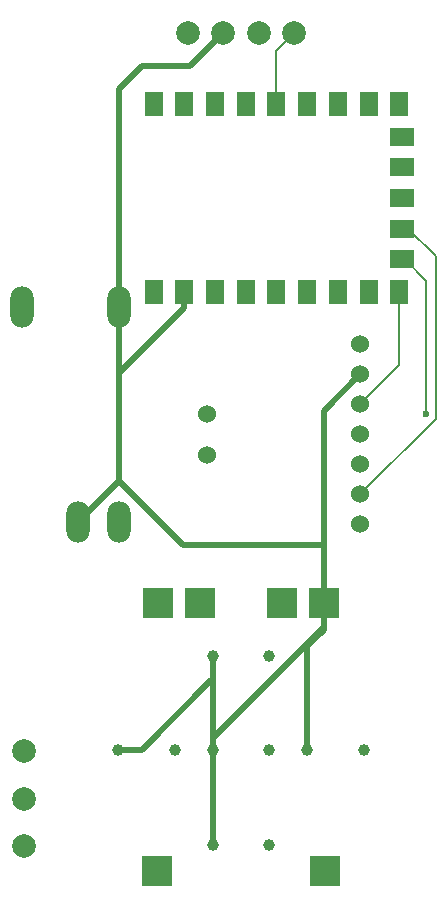
<source format=gbl>
G04 #@! TF.GenerationSoftware,KiCad,Pcbnew,9.0.3*
G04 #@! TF.CreationDate,2025-12-21T00:38:46-08:00*
G04 #@! TF.ProjectId,games_aparat_electronics,67616d65-735f-4617-9061-7261745f656c,rev?*
G04 #@! TF.SameCoordinates,Original*
G04 #@! TF.FileFunction,Copper,L2,Bot*
G04 #@! TF.FilePolarity,Positive*
%FSLAX46Y46*%
G04 Gerber Fmt 4.6, Leading zero omitted, Abs format (unit mm)*
G04 Created by KiCad (PCBNEW 9.0.3) date 2025-12-21 00:38:46*
%MOMM*%
%LPD*%
G01*
G04 APERTURE LIST*
G04 Aperture macros list*
%AMFreePoly0*
4,1,5,0.750000,-1.000000,-0.750000,-1.000000,-0.750000,1.000000,0.750000,1.000000,0.750000,-1.000000,0.750000,-1.000000,$1*%
G04 Aperture macros list end*
G04 #@! TA.AperFunction,ComponentPad*
%ADD10C,1.000000*%
G04 #@! TD*
G04 #@! TA.AperFunction,ComponentPad*
%ADD11R,2.500000X2.500000*%
G04 #@! TD*
G04 #@! TA.AperFunction,ComponentPad*
%ADD12C,2.000000*%
G04 #@! TD*
G04 #@! TA.AperFunction,ComponentPad*
%ADD13FreePoly0,0.000000*%
G04 #@! TD*
G04 #@! TA.AperFunction,ComponentPad*
%ADD14FreePoly0,270.000000*%
G04 #@! TD*
G04 #@! TA.AperFunction,ComponentPad*
%ADD15O,2.000000X3.500000*%
G04 #@! TD*
G04 #@! TA.AperFunction,ComponentPad*
%ADD16C,1.530000*%
G04 #@! TD*
G04 #@! TA.AperFunction,ViaPad*
%ADD17C,0.600000*%
G04 #@! TD*
G04 #@! TA.AperFunction,Conductor*
%ADD18C,0.200000*%
G04 #@! TD*
G04 #@! TA.AperFunction,Conductor*
%ADD19C,0.500000*%
G04 #@! TD*
G04 APERTURE END LIST*
D10*
X167100000Y-104200000D03*
X171900000Y-104200000D03*
D11*
X154500000Y-91700000D03*
X158000000Y-91700000D03*
X165000000Y-91700000D03*
X168500000Y-91700000D03*
X154400000Y-114400000D03*
X168600000Y-114400000D03*
D12*
X166000000Y-43500000D03*
X163000000Y-43500000D03*
X160000000Y-43500000D03*
X157000000Y-43500000D03*
X143100000Y-104300000D03*
X143100000Y-108300000D03*
X143100000Y-112300000D03*
D13*
X154100000Y-65400000D03*
X156700000Y-65400000D03*
X159300000Y-65400000D03*
X161900000Y-65400000D03*
X164500000Y-65400000D03*
X167100000Y-65400000D03*
X169700000Y-65400000D03*
X172300000Y-65400000D03*
X174900000Y-65400000D03*
D14*
X175150000Y-62650000D03*
X175150000Y-60050000D03*
X175150000Y-57450000D03*
X175150000Y-54850000D03*
X175150000Y-52250000D03*
D13*
X174900000Y-49500000D03*
X172300000Y-49500000D03*
X169700000Y-49500000D03*
X167100000Y-49500000D03*
X164500000Y-49500000D03*
X161900000Y-49500000D03*
X159300000Y-49500000D03*
X156700000Y-49500000D03*
X154100000Y-49500000D03*
D15*
X147700000Y-84900000D03*
X151200000Y-84900000D03*
X143000000Y-66700000D03*
X151200000Y-66700000D03*
D10*
X159100000Y-96200000D03*
X163900000Y-96200000D03*
X159100000Y-112200000D03*
X163900000Y-112200000D03*
X151100000Y-104200000D03*
X155900000Y-104200000D03*
X159100000Y-104200000D03*
X163900000Y-104200000D03*
D16*
X171600000Y-69820000D03*
X171600000Y-72360000D03*
X171600000Y-74900000D03*
X171600000Y-77440000D03*
X171600000Y-79980000D03*
X171600000Y-82520000D03*
X171600000Y-85060000D03*
X158646000Y-79240000D03*
X158646000Y-75740000D03*
D17*
X177200000Y-75700000D03*
D18*
X175350000Y-62650000D02*
X174900000Y-62650000D01*
X177200000Y-64500000D02*
X175350000Y-62650000D01*
X177200000Y-75700000D02*
X177200000Y-64500000D01*
X174900000Y-71600000D02*
X174900000Y-65150000D01*
X171600000Y-74900000D02*
X174900000Y-71600000D01*
X175650000Y-60050000D02*
X174900000Y-60050000D01*
X178000000Y-62400000D02*
X175650000Y-60050000D01*
X178000000Y-76120000D02*
X178000000Y-62400000D01*
X171600000Y-82520000D02*
X178000000Y-76120000D01*
X164500000Y-45000000D02*
X164500000Y-49750000D01*
X166000000Y-43500000D02*
X164500000Y-45000000D01*
D19*
X153100000Y-104200000D02*
X151100000Y-104200000D01*
X159100000Y-98300000D02*
X159000000Y-98300000D01*
X159100000Y-98300000D02*
X159100000Y-96200000D01*
X159000000Y-98300000D02*
X153100000Y-104200000D01*
X159100000Y-104200000D02*
X159100000Y-112200000D01*
X159100000Y-103150000D02*
X159100000Y-98300000D01*
X159100000Y-103150000D02*
X159100000Y-104200000D01*
X168500000Y-93750000D02*
X159100000Y-103150000D01*
X167100000Y-95400000D02*
X167100000Y-104200000D01*
X168500000Y-94000000D02*
X167100000Y-95400000D01*
X168500000Y-93750000D02*
X168500000Y-94000000D01*
X157200000Y-46300000D02*
X160000000Y-43500000D01*
X151200000Y-48200000D02*
X153100000Y-46300000D01*
X153100000Y-46300000D02*
X157200000Y-46300000D01*
X151200000Y-66700000D02*
X151200000Y-48200000D01*
X151200000Y-72300000D02*
X156700000Y-66800000D01*
X156700000Y-66800000D02*
X156700000Y-65150000D01*
X151200000Y-72300000D02*
X151200000Y-66700000D01*
X151200000Y-81400000D02*
X147700000Y-84900000D01*
X151200000Y-81400000D02*
X151200000Y-72300000D01*
X168500000Y-86800000D02*
X156600000Y-86800000D01*
X156600000Y-86800000D02*
X151200000Y-81400000D01*
X168500000Y-86800000D02*
X168500000Y-75460000D01*
X168500000Y-75460000D02*
X171600000Y-72360000D01*
X168500000Y-91700000D02*
X168500000Y-86800000D01*
X168500000Y-91700000D02*
X168500000Y-93750000D01*
M02*

</source>
